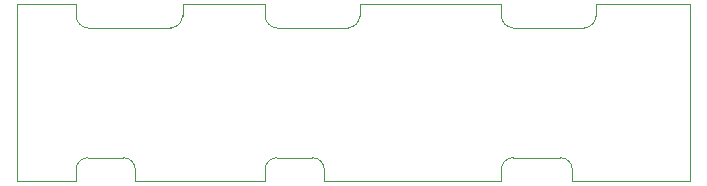
<source format=gbr>
G04 #@! TF.GenerationSoftware,KiCad,Pcbnew,(5.1.4)-1*
G04 #@! TF.CreationDate,2020-12-07T08:04:23-07:00*
G04 #@! TF.ProjectId,ufc_v4_scratchpad_layer4,7566635f-7634-45f7-9363-726174636870,rev?*
G04 #@! TF.SameCoordinates,Original*
G04 #@! TF.FileFunction,Profile,NP*
%FSLAX46Y46*%
G04 Gerber Fmt 4.6, Leading zero omitted, Abs format (unit mm)*
G04 Created by KiCad (PCBNEW (5.1.4)-1) date 2020-12-07 08:04:23*
%MOMM*%
%LPD*%
G04 APERTURE LIST*
%ADD10C,0.050000*%
G04 APERTURE END LIST*
D10*
X168637500Y-150042000D02*
X168637500Y-151042000D01*
X147637500Y-136042000D02*
X152637500Y-136042000D01*
X172637500Y-149042000D02*
X169637500Y-149042000D01*
X157637500Y-151042000D02*
X157637500Y-150042000D01*
X152637500Y-150042000D02*
X152637500Y-151042000D01*
X188637500Y-150042000D02*
G75*
G02X189637500Y-149042000I1000000J0D01*
G01*
X161637500Y-137042000D02*
X161637500Y-136042000D01*
X152637500Y-150042000D02*
G75*
G02X153637500Y-149042000I1000000J0D01*
G01*
X188637500Y-151042000D02*
X173637500Y-151042000D01*
X172637500Y-149042000D02*
G75*
G02X173637500Y-150042000I0J-1000000D01*
G01*
X153637500Y-138042000D02*
G75*
G02X152637500Y-137042000I0J1000000D01*
G01*
X176637500Y-136042000D02*
X188637500Y-136042000D01*
X204637500Y-136042000D02*
X204637500Y-151042000D01*
X152637500Y-136042000D02*
X152637500Y-137042000D01*
X173637500Y-151042000D02*
X173637500Y-150042000D01*
X153637500Y-138042000D02*
X160637500Y-138042000D01*
X204637500Y-151042000D02*
X194637500Y-151042000D01*
X188637500Y-136042000D02*
X188637500Y-137042000D01*
X168637500Y-136042000D02*
X168637500Y-137042000D01*
X152637500Y-151042000D02*
X147637500Y-151042000D01*
X196637500Y-137042000D02*
G75*
G02X195637500Y-138042000I-1000000J0D01*
G01*
X193637500Y-149042000D02*
G75*
G02X194637500Y-150042000I0J-1000000D01*
G01*
X176637500Y-137042000D02*
G75*
G02X175637500Y-138042000I-1000000J0D01*
G01*
X169637500Y-138042000D02*
G75*
G02X168637500Y-137042000I0J1000000D01*
G01*
X168637500Y-151042000D02*
X157637500Y-151042000D01*
X193637500Y-149042000D02*
X189637500Y-149042000D01*
X194637500Y-151042000D02*
X194637500Y-150042000D01*
X176637500Y-137042000D02*
X176637500Y-136042000D01*
X196637500Y-136042000D02*
X204637500Y-136042000D01*
X188637500Y-150042000D02*
X188637500Y-151042000D01*
X196637500Y-137042000D02*
X196637500Y-136042000D01*
X156637500Y-149042000D02*
G75*
G02X157637500Y-150042000I0J-1000000D01*
G01*
X169637500Y-138042000D02*
X175637500Y-138042000D01*
X147637500Y-136042000D02*
X147637500Y-151042000D01*
X189637500Y-138042000D02*
X195637500Y-138042000D01*
X168637500Y-150042000D02*
G75*
G02X169637500Y-149042000I1000000J0D01*
G01*
X189637500Y-138042000D02*
G75*
G02X188637500Y-137042000I0J1000000D01*
G01*
X161637500Y-137042000D02*
G75*
G02X160637500Y-138042000I-1000000J0D01*
G01*
X156637500Y-149042000D02*
X153637500Y-149042000D01*
X161637500Y-136042000D02*
X168637500Y-136042000D01*
M02*

</source>
